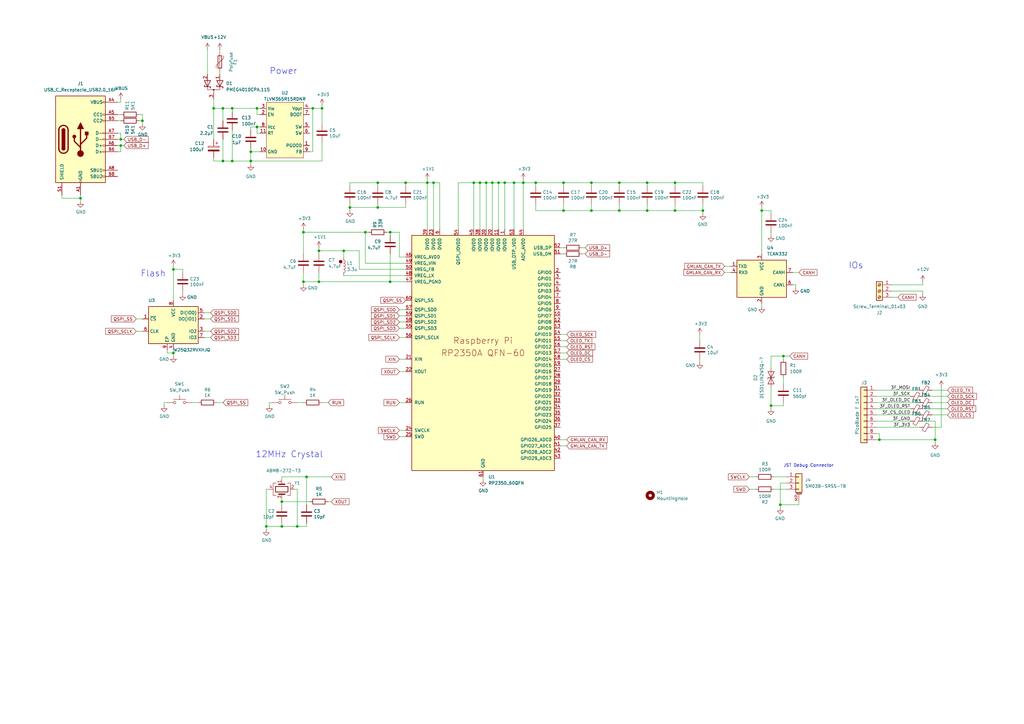
<source format=kicad_sch>
(kicad_sch (version 20250114) (generator "eeschema") (generator_version "9.0")
  (paper "A3")
  (title_block (title "RP2350A QFN-60 Minimal Design Example") (date "2024-07-01") (rev "REV3") (company "Raspberry Pi Ltd"))
  (circle (center 139.7 107.315) (radius 0.635) (stroke (width 0) (color 132 0 0 1)) (fill (type color) (color 132 0 0 1)))
  (text "JST Debug Connector" (at 321.31 191.77 0) (effects (font (size 1.27 1.27)) (justify left bottom)))
  (text "IOs" (at 347.98 110.49 0) (effects (font (size 2.54 2.54)) (justify left bottom)))
  (text "Flash" (at 57.658 113.792 0) (effects (font (size 2.54 2.54)) (justify left bottom)))
  (text "12MHz Crystal" (at 104.775 187.96 0) (effects (font (size 2.54 2.54)) (justify left bottom)))
  (text "Power" (at 110.49 30.734 0) (effects (font (size 2.54 2.54)) (justify left bottom)))
  (junction (at 254 74.93))
  (junction (at 140.97 102.87))
  (junction (at 276.86 86.36))
  (junction (at 71.12 144.78))
  (junction (at 102.87 66.04))
  (junction (at 154.94 85.09))
  (junction (at 160.02 115.57))
  (junction (at 58.42 49.53))
  (junction (at 95.25 44.45))
  (junction (at 196.85 74.93))
  (junction (at 49.53 59.69))
  (junction (at 316.23 166.37))
  (junction (at 219.71 74.93))
  (junction (at 201.93 74.93))
  (junction (at 175.26 74.93))
  (junction (at 91.44 66.04))
  (junction (at 154.94 74.93))
  (junction (at 360.68 180.34))
  (junction (at 194.31 74.93))
  (junction (at 49.53 57.15))
  (junction (at 102.87 62.23))
  (junction (at 265.43 86.36))
  (junction (at 288.29 86.36))
  (junction (at 115.57 215.9))
  (junction (at 312.42 86.36))
  (junction (at 242.57 86.36))
  (junction (at 105.41 52.07))
  (junction (at 33.02 81.28))
  (junction (at 177.8 74.93))
  (junction (at 204.47 74.93))
  (junction (at 71.12 110.49))
  (junction (at 124.46 95.25))
  (junction (at 276.86 74.93))
  (junction (at 254 86.36))
  (junction (at 265.43 74.93))
  (junction (at 166.37 74.93))
  (junction (at 160.02 95.25))
  (junction (at 109.22 215.9))
  (junction (at 95.25 66.04))
  (junction (at 210.82 74.93))
  (junction (at 128.27 44.45))
  (junction (at 149.86 95.25))
  (junction (at 231.14 74.93))
  (junction (at 105.41 44.45))
  (junction (at 207.01 74.93))
  (junction (at 91.44 44.45))
  (junction (at 231.14 86.36))
  (junction (at 125.73 195.58))
  (junction (at 130.81 115.57))
  (junction (at 383.54 180.34))
  (junction (at 132.08 44.45))
  (junction (at 321.31 146.05))
  (junction (at 121.92 215.9))
  (junction (at 214.63 74.93))
  (junction (at 242.57 74.93))
  (junction (at 115.57 205.74))
  (junction (at 87.63 44.45))
  (junction (at 124.46 115.57))
  (junction (at 199.39 74.93))
  (junction (at 130.81 102.87))
  (junction (at 143.51 85.09))
  (junction (at 320.04 207.01))
  (wire (pts (xy 149.86 95.25) (xy 149.86 107.95)))
  (wire (pts (xy 316.23 166.37) (xy 321.31 166.37)))
  (wire (pts (xy 67.31 165.1) (xy 68.58 165.1)))
  (wire (pts (xy 95.25 53.34) (xy 95.25 66.04)))
  (wire (pts (xy 320.04 198.12) (xy 320.04 207.01)))
  (wire (pts (xy 154.94 74.93) (xy 166.37 74.93)))
  (wire (pts (xy 68.58 143.51) (xy 68.58 144.78)))
  (wire (pts (xy 297.18 111.76) (xy 299.72 111.76)))
  (wire (pts (xy 210.82 74.93) (xy 210.82 93.98)))
  (wire (pts (xy 115.57 196.85) (xy 115.57 195.58)))
  (wire (pts (xy 231.14 76.2) (xy 231.14 74.93)))
  (wire (pts (xy 68.58 144.78) (xy 71.12 144.78)))
  (wire (pts (xy 231.14 83.82) (xy 231.14 86.36)))
  (wire (pts (xy 163.83 95.25) (xy 163.83 105.41)))
  (wire (pts (xy 207.01 74.93) (xy 210.82 74.93)))
  (wire (pts (xy 87.63 44.45) (xy 91.44 44.45)))
  (wire (pts (xy 105.41 52.07) (xy 105.41 54.61)))
  (wire (pts (xy 207.01 74.93) (xy 207.01 93.98)))
  (wire (pts (xy 154.94 76.2) (xy 154.94 74.93)))
  (wire (pts (xy 166.37 138.43) (xy 163.83 138.43)))
  (wire (pts (xy 109.22 200.66) (xy 110.49 200.66)))
  (wire (pts (xy 125.73 195.58) (xy 125.73 207.01)))
  (wire (pts (xy 154.94 85.09) (xy 166.37 85.09)))
  (wire (pts (xy 25.4 81.28) (xy 33.02 81.28)))
  (wire (pts (xy 130.81 115.57) (xy 160.02 115.57)))
  (wire (pts (xy 143.51 83.82) (xy 143.51 85.09)))
  (wire (pts (xy 316.23 86.36) (xy 316.23 87.63)))
  (wire (pts (xy 105.41 52.07) (xy 106.68 52.07)))
  (wire (pts (xy 242.57 76.2) (xy 242.57 74.93)))
  (wire (pts (xy 166.37 176.53) (xy 163.83 176.53)))
  (wire (pts (xy 124.46 93.98) (xy 124.46 95.25)))
  (wire (pts (xy 87.63 57.15) (xy 87.63 44.45)))
  (wire (pts (xy 219.71 76.2) (xy 219.71 74.93)))
  (wire (pts (xy 196.85 74.93) (xy 196.85 93.98)))
  (wire (pts (xy 359.41 162.56) (xy 373.38 162.56)))
  (wire (pts (xy 219.71 83.82) (xy 219.71 86.36)))
  (wire (pts (xy 58.42 49.53) (xy 58.42 50.8)))
  (wire (pts (xy 124.46 95.25) (xy 124.46 104.14)))
  (wire (pts (xy 140.97 102.87) (xy 147.32 102.87)))
  (wire (pts (xy 316.23 146.05) (xy 321.31 146.05)))
  (wire (pts (xy 87.63 66.04) (xy 91.44 66.04)))
  (wire (pts (xy 106.68 54.61) (xy 105.41 54.61)))
  (wire (pts (xy 378.46 167.64) (xy 388.62 167.64)))
  (wire (pts (xy 102.87 52.07) (xy 105.41 52.07)))
  (wire (pts (xy 359.41 175.26) (xy 377.19 175.26)))
  (wire (pts (xy 48.26 41.91) (xy 49.53 41.91)))
  (wire (pts (xy 360.68 177.8) (xy 360.68 180.34)))
  (wire (pts (xy 25.4 80.01) (xy 25.4 81.28)))
  (wire (pts (xy 187.96 93.98) (xy 187.96 74.93)))
  (wire (pts (xy 383.54 172.72) (xy 378.46 172.72)))
  (wire (pts (xy 91.44 44.45) (xy 95.25 44.45)))
  (wire (pts (xy 378.46 162.56) (xy 388.62 162.56)))
  (wire (pts (xy 55.88 135.89) (xy 58.42 135.89)))
  (wire (pts (xy 201.93 74.93) (xy 201.93 93.98)))
  (wire (pts (xy 71.12 109.22) (xy 71.12 110.49)))
  (wire (pts (xy 320.04 207.01) (xy 327.66 207.01)))
  (wire (pts (xy 210.82 74.93) (xy 214.63 74.93)))
  (wire (pts (xy 132.08 58.42) (xy 132.08 66.04)))
  (wire (pts (xy 254 74.93) (xy 265.43 74.93)))
  (wire (pts (xy 386.08 158.75) (xy 386.08 175.26)))
  (wire (pts (xy 265.43 86.36) (xy 254 86.36)))
  (wire (pts (xy 325.12 111.76) (xy 327.66 111.76)))
  (wire (pts (xy 102.87 66.04) (xy 102.87 62.23)))
  (wire (pts (xy 201.93 74.93) (xy 204.47 74.93)))
  (wire (pts (xy 58.42 46.99) (xy 58.42 49.53)))
  (wire (pts (xy 231.14 86.36) (xy 219.71 86.36)))
  (wire (pts (xy 265.43 83.82) (xy 265.43 86.36)))
  (wire (pts (xy 132.08 43.18) (xy 132.08 44.45)))
  (wire (pts (xy 196.85 74.93) (xy 199.39 74.93)))
  (wire (pts (xy 229.87 139.7) (xy 232.41 139.7)))
  (wire (pts (xy 360.68 180.34) (xy 383.54 180.34)))
  (wire (pts (xy 149.86 107.95) (xy 166.37 107.95)))
  (wire (pts (xy 199.39 74.93) (xy 201.93 74.93)))
  (wire (pts (xy 111.76 165.1) (xy 110.49 165.1)))
  (wire (pts (xy 365.76 119.38) (xy 378.46 119.38)))
  (wire (pts (xy 231.14 74.93) (xy 242.57 74.93)))
  (wire (pts (xy 130.81 104.14) (xy 130.81 102.87)))
  (wire (pts (xy 48.26 49.53) (xy 49.53 49.53)))
  (wire (pts (xy 83.82 138.43) (xy 86.36 138.43)))
  (wire (pts (xy 143.51 76.2) (xy 143.51 74.93)))
  (wire (pts (xy 307.34 195.58) (xy 309.88 195.58)))
  (wire (pts (xy 124.46 111.76) (xy 124.46 115.57)))
  (wire (pts (xy 91.44 66.04) (xy 91.44 57.15)))
  (wire (pts (xy 321.31 154.94) (xy 321.31 157.48)))
  (wire (pts (xy 378.46 119.38) (xy 378.46 120.65)))
  (wire (pts (xy 91.44 49.53) (xy 91.44 44.45)))
  (wire (pts (xy 327.66 205.74) (xy 327.66 207.01)))
  (wire (pts (xy 382.27 165.1) (xy 388.62 165.1)))
  (wire (pts (xy 49.53 54.61) (xy 49.53 57.15)))
  (wire (pts (xy 166.37 110.49) (xy 147.32 110.49)))
  (wire (pts (xy 382.27 170.18) (xy 388.62 170.18)))
  (wire (pts (xy 71.12 143.51) (xy 71.12 144.78)))
  (wire (pts (xy 359.41 170.18) (xy 377.19 170.18)))
  (wire (pts (xy 316.23 166.37) (xy 316.23 158.75)))
  (wire (pts (xy 317.5 200.66) (xy 322.58 200.66)))
  (wire (pts (xy 194.31 74.93) (xy 194.31 93.98)))
  (wire (pts (xy 312.42 86.36) (xy 312.42 104.14)))
  (wire (pts (xy 368.3 121.92) (xy 365.76 121.92)))
  (wire (pts (xy 238.76 104.14) (xy 240.03 104.14)))
  (wire (pts (xy 378.46 116.84) (xy 378.46 115.57)))
  (wire (pts (xy 55.88 130.81) (xy 58.42 130.81)))
  (wire (pts (xy 85.09 20.32) (xy 85.09 30.48)))
  (wire (pts (xy 125.73 215.9) (xy 125.73 214.63)))
  (wire (pts (xy 130.81 101.6) (xy 130.81 102.87)))
  (wire (pts (xy 134.62 205.74) (xy 135.89 205.74)))
  (wire (pts (xy 105.41 44.45) (xy 95.25 44.45)))
  (wire (pts (xy 124.46 115.57) (xy 124.46 116.84)))
  (wire (pts (xy 57.15 46.99) (xy 58.42 46.99)))
  (wire (pts (xy 49.53 41.91) (xy 49.53 40.64)))
  (wire (pts (xy 143.51 85.09) (xy 143.51 86.36)))
  (wire (pts (xy 204.47 74.93) (xy 207.01 74.93)))
  (wire (pts (xy 154.94 83.82) (xy 154.94 85.09)))
  (wire (pts (xy 265.43 74.93) (xy 276.86 74.93)))
  (wire (pts (xy 71.12 110.49) (xy 71.12 123.19)))
  (wire (pts (xy 288.29 83.82) (xy 288.29 86.36)))
  (wire (pts (xy 57.15 49.53) (xy 58.42 49.53)))
  (wire (pts (xy 316.23 146.05) (xy 316.23 151.13)))
  (wire (pts (xy 83.82 135.89) (xy 86.36 135.89)))
  (wire (pts (xy 163.83 147.32) (xy 166.37 147.32)))
  (wire (pts (xy 49.53 46.99) (xy 48.26 46.99)))
  (wire (pts (xy 198.12 195.58) (xy 198.12 196.85)))
  (wire (pts (xy 214.63 74.93) (xy 214.63 93.98)))
  (wire (pts (xy 49.53 59.69) (xy 49.53 62.23)))
  (wire (pts (xy 163.83 132.08) (xy 166.37 132.08)))
  (wire (pts (xy 121.92 215.9) (xy 125.73 215.9)))
  (wire (pts (xy 359.41 172.72) (xy 373.38 172.72)))
  (wire (pts (xy 359.41 160.02) (xy 377.19 160.02)))
  (wire (pts (xy 359.41 180.34) (xy 360.68 180.34)))
  (wire (pts (xy 180.34 74.93) (xy 180.34 93.98)))
  (wire (pts (xy 102.87 62.23) (xy 106.68 62.23)))
  (wire (pts (xy 102.87 66.04) (xy 95.25 66.04)))
  (wire (pts (xy 87.63 40.64) (xy 87.63 44.45)))
  (wire (pts (xy 229.87 182.88) (xy 232.41 182.88)))
  (wire (pts (xy 88.9 165.1) (xy 91.44 165.1)))
  (wire (pts (xy 143.51 74.93) (xy 154.94 74.93)))
  (wire (pts (xy 147.32 110.49) (xy 147.32 102.87)))
  (wire (pts (xy 74.93 110.49) (xy 71.12 110.49)))
  (wire (pts (xy 214.63 74.93) (xy 219.71 74.93)))
  (wire (pts (xy 229.87 137.16) (xy 232.41 137.16)))
  (wire (pts (xy 276.86 76.2) (xy 276.86 74.93)))
  (wire (pts (xy 163.83 127) (xy 166.37 127)))
  (wire (pts (xy 134.62 165.1) (xy 132.08 165.1)))
  (wire (pts (xy 115.57 215.9) (xy 121.92 215.9)))
  (wire (pts (xy 229.87 144.78) (xy 232.41 144.78)))
  (wire (pts (xy 254 83.82) (xy 254 86.36)))
  (wire (pts (xy 160.02 104.14) (xy 160.02 115.57)))
  (wire (pts (xy 124.46 115.57) (xy 130.81 115.57)))
  (wire (pts (xy 214.63 73.66) (xy 214.63 74.93)))
  (wire (pts (xy 254 76.2) (xy 254 74.93)))
  (wire (pts (xy 323.85 146.05) (xy 321.31 146.05)))
  (wire (pts (xy 160.02 115.57) (xy 166.37 115.57)))
  (wire (pts (xy 382.27 160.02) (xy 388.62 160.02)))
  (wire (pts (xy 158.75 95.25) (xy 160.02 95.25)))
  (wire (pts (xy 163.83 129.54) (xy 166.37 129.54)))
  (wire (pts (xy 163.83 134.62) (xy 166.37 134.62)))
  (wire (pts (xy 265.43 76.2) (xy 265.43 74.93)))
  (wire (pts (xy 95.25 44.45) (xy 95.25 45.72)))
  (wire (pts (xy 316.23 166.37) (xy 316.23 167.64)))
  (wire (pts (xy 276.86 86.36) (xy 265.43 86.36)))
  (wire (pts (xy 74.93 111.76) (xy 74.93 110.49)))
  (wire (pts (xy 48.26 59.69) (xy 49.53 59.69)))
  (wire (pts (xy 287.02 137.16) (xy 287.02 139.7)))
  (wire (pts (xy 312.42 86.36) (xy 316.23 86.36)))
  (wire (pts (xy 166.37 74.93) (xy 175.26 74.93)))
  (wire (pts (xy 49.53 57.15) (xy 50.8 57.15)))
  (wire (pts (xy 242.57 74.93) (xy 254 74.93)))
  (wire (pts (xy 365.76 116.84) (xy 378.46 116.84)))
  (wire (pts (xy 254 86.36) (xy 242.57 86.36)))
  (wire (pts (xy 383.54 181.61) (xy 383.54 180.34)))
  (wire (pts (xy 78.74 165.1) (xy 81.28 165.1)))
  (wire (pts (xy 115.57 215.9) (xy 115.57 214.63)))
  (wire (pts (xy 163.83 165.1) (xy 166.37 165.1)))
  (wire (pts (xy 140.97 113.03) (xy 166.37 113.03)))
  (wire (pts (xy 130.81 111.76) (xy 130.81 115.57)))
  (wire (pts (xy 160.02 95.25) (xy 163.83 95.25)))
  (wire (pts (xy 109.22 215.9) (xy 109.22 200.66)))
  (wire (pts (xy 316.23 96.52) (xy 316.23 95.25)))
  (wire (pts (xy 48.26 57.15) (xy 49.53 57.15)))
  (wire (pts (xy 242.57 83.82) (xy 242.57 86.36)))
  (wire (pts (xy 382.27 175.26) (xy 386.08 175.26)))
  (wire (pts (xy 321.31 166.37) (xy 321.31 165.1)))
  (wire (pts (xy 67.31 165.1) (xy 67.31 166.37)))
  (wire (pts (xy 127 44.45) (xy 128.27 44.45)))
  (wire (pts (xy 177.8 74.93) (xy 180.34 74.93)))
  (wire (pts (xy 33.02 81.28) (xy 33.02 82.55)))
  (wire (pts (xy 177.8 74.93) (xy 177.8 93.98)))
  (wire (pts (xy 128.27 62.23) (xy 128.27 44.45)))
  (wire (pts (xy 359.41 165.1) (xy 377.19 165.1)))
  (wire (pts (xy 109.22 215.9) (xy 109.22 217.17)))
  (wire (pts (xy 102.87 60.96) (xy 102.87 62.23)))
  (wire (pts (xy 238.76 101.6) (xy 240.03 101.6)))
  (wire (pts (xy 128.27 44.45) (xy 132.08 44.45)))
  (wire (pts (xy 175.26 73.66) (xy 175.26 74.93)))
  (wire (pts (xy 383.54 172.72) (xy 383.54 180.34)))
  (wire (pts (xy 163.83 179.07) (xy 166.37 179.07)))
  (wire (pts (xy 49.53 59.69) (xy 50.8 59.69)))
  (wire (pts (xy 317.5 195.58) (xy 322.58 195.58)))
  (wire (pts (xy 106.68 44.45) (xy 105.41 44.45)))
  (wire (pts (xy 297.18 109.22) (xy 299.72 109.22)))
  (wire (pts (xy 276.86 86.36) (xy 288.29 86.36)))
  (wire (pts (xy 288.29 86.36) (xy 288.29 87.63)))
  (wire (pts (xy 102.87 52.07) (xy 102.87 53.34)))
  (wire (pts (xy 160.02 95.25) (xy 160.02 96.52)))
  (wire (pts (xy 115.57 205.74) (xy 127 205.74)))
  (wire (pts (xy 115.57 205.74) (xy 115.57 207.01)))
  (wire (pts (xy 204.47 74.93) (xy 204.47 93.98)))
  (wire (pts (xy 359.41 177.8) (xy 360.68 177.8)))
  (wire (pts (xy 229.87 180.34) (xy 232.41 180.34)))
  (wire (pts (xy 276.86 74.93) (xy 288.29 74.93)))
  (wire (pts (xy 175.26 74.93) (xy 175.26 93.98)))
  (wire (pts (xy 194.31 74.93) (xy 196.85 74.93)))
  (wire (pts (xy 49.53 62.23) (xy 48.26 62.23)))
  (wire (pts (xy 121.92 200.66) (xy 120.65 200.66)))
  (wire (pts (xy 140.97 102.87) (xy 140.97 105.41)))
  (wire (pts (xy 49.53 54.61) (xy 48.26 54.61)))
  (wire (pts (xy 109.22 215.9) (xy 115.57 215.9)))
  (wire (pts (xy 125.73 195.58) (xy 135.89 195.58)))
  (wire (pts (xy 312.42 124.46) (xy 312.42 125.73)))
  (wire (pts (xy 91.44 66.04) (xy 95.25 66.04)))
  (wire (pts (xy 105.41 46.99) (xy 106.68 46.99)))
  (wire (pts (xy 229.87 147.32) (xy 232.41 147.32)))
  (wire (pts (xy 127 62.23) (xy 128.27 62.23)))
  (wire (pts (xy 166.37 76.2) (xy 166.37 74.93)))
  (wire (pts (xy 359.41 167.64) (xy 373.38 167.64)))
  (wire (pts (xy 229.87 101.6) (xy 231.14 101.6)))
  (wire (pts (xy 242.57 86.36) (xy 231.14 86.36)))
  (wire (pts (xy 325.12 116.84) (xy 326.39 116.84)))
  (wire (pts (xy 105.41 44.45) (xy 105.41 46.99)))
  (wire (pts (xy 143.51 85.09) (xy 154.94 85.09)))
  (wire (pts (xy 187.96 74.93) (xy 194.31 74.93)))
  (wire (pts (xy 321.31 146.05) (xy 321.31 147.32)))
  (wire (pts (xy 177.8 74.93) (xy 175.26 74.93)))
  (wire (pts (xy 199.39 74.93) (xy 199.39 93.98)))
  (wire (pts (xy 322.58 198.12) (xy 320.04 198.12)))
  (wire (pts (xy 115.57 195.58) (xy 125.73 195.58)))
  (wire (pts (xy 71.12 146.05) (xy 71.12 144.78)))
  (wire (pts (xy 312.42 85.09) (xy 312.42 86.36)))
  (wire (pts (xy 130.81 102.87) (xy 140.97 102.87)))
  (wire (pts (xy 229.87 104.14) (xy 231.14 104.14)))
  (wire (pts (xy 110.49 165.1) (xy 110.49 166.37)))
  (wire (pts (xy 115.57 204.47) (xy 115.57 205.74)))
  (wire (pts (xy 229.87 142.24) (xy 232.41 142.24)))
  (wire (pts (xy 124.46 95.25) (xy 149.86 95.25)))
  (wire (pts (xy 149.86 95.25) (xy 151.13 95.25)))
  (wire (pts (xy 163.83 105.41) (xy 166.37 105.41)))
  (wire (pts (xy 287.02 147.32) (xy 287.02 148.59)))
  (wire (pts (xy 83.82 128.27) (xy 86.36 128.27)))
  (wire (pts (xy 219.71 74.93) (xy 231.14 74.93)))
  (wire (pts (xy 166.37 152.4) (xy 163.83 152.4)))
  (wire (pts (xy 320.04 207.01) (xy 320.04 208.28)))
  (wire (pts (xy 121.92 165.1) (xy 124.46 165.1)))
  (wire (pts (xy 132.08 44.45) (xy 132.08 50.8)))
  (wire (pts (xy 288.29 76.2) (xy 288.29 74.93)))
  (wire (pts (xy 132.08 66.04) (xy 102.87 66.04)))
  (wire (pts (xy 83.82 130.81) (xy 86.36 130.81)))
  (wire (pts (xy 326.39 116.84) (xy 326.39 118.11)))
  (wire (pts (xy 102.87 66.04) (xy 102.87 67.31)))
  (wire (pts (xy 166.37 85.09) (xy 166.37 83.82)))
  (wire (pts (xy 33.02 80.01) (xy 33.02 81.28)))
  (wire (pts (xy 307.34 200.66) (xy 309.88 200.66)))
  (wire (pts (xy 276.86 83.82) (xy 276.86 86.36)))
  (wire (pts (xy 90.17 29.21) (xy 90.17 30.48)))
  (wire (pts (xy 74.93 119.38) (xy 74.93 120.65)))
  (wire (pts (xy 87.63 64.77) (xy 87.63 66.04)))
  (wire (pts (xy 121.92 200.66) (xy 121.92 215.9)))
  (wire (pts (xy 90.17 20.32) (xy 90.17 21.59)))
  (label "3F_OLED_RST" (at 373.38 167.64 180))
  (label "3F_CS_OLED" (at 373.38 170.18 180))
  (label "3F_MOSI" (at 373.38 160.02 180))
  (label "3F_SCK" (at 373.38 162.56 180))
  (label "3F_OLED_DC" (at 373.38 165.1 180))
  (label "3F_3V3" (at 373.38 175.26 180))
  (label "3F_GND" (at 373.38 172.72 180))
  (global_label "SWCLK" (shape input) (at 163.83 176.53 180) (property "Intersheetrefs" "${INTERSHEET_REFS}" (effects (hide yes))))
  (global_label "CANH" (shape input) (at 368.3 121.92 0) (property "Intersheetrefs" "${INTERSHEET_REFS}" (effects (hide yes))))
  (global_label "SWCLK" (shape input) (at 307.34 195.58 180) (property "Intersheetrefs" "${INTERSHEET_REFS}" (effects (hide yes))))
  (global_label "USB_D+" (shape input) (at 240.03 101.6 0) (property "Intersheetrefs" "${INTERSHEET_REFS}" (effects (hide yes))))
  (global_label "QSPI_SCLK" (shape input) (at 55.88 135.89 180) (property "Intersheetrefs" "${INTERSHEET_REFS}" (effects (hide yes))))
  (global_label "QSPI_SD0" (shape input) (at 86.36 128.27 0) (property "Intersheetrefs" "${INTERSHEET_REFS}" (effects (hide yes))))
  (global_label "USB_D-" (shape input) (at 240.03 104.14 0) (property "Intersheetrefs" "${INTERSHEET_REFS}" (effects (hide yes))))
  (global_label "CANH" (shape input) (at 323.85 146.05 0) (property "Intersheetrefs" "${INTERSHEET_REFS}" (effects (hide yes))))
  (global_label "QSPI_SS" (shape input) (at 55.88 130.81 180) (property "Intersheetrefs" "${INTERSHEET_REFS}" (effects (hide yes))))
  (global_label "OLED_CS" (shape input) (at 232.41 147.32 0) (property "Intersheetrefs" "${INTERSHEET_REFS}" (effects (hide yes))))
  (global_label "RUN" (shape input) (at 134.62 165.1 0) (property "Intersheetrefs" "${INTERSHEET_REFS}" (effects (hide yes))))
  (global_label "QSPI_SD2" (shape input) (at 163.83 132.08 180) (property "Intersheetrefs" "${INTERSHEET_REFS}" (effects (hide yes))))
  (global_label "QSPI_SD1" (shape input) (at 163.83 129.54 180) (property "Intersheetrefs" "${INTERSHEET_REFS}" (effects (hide yes))))
  (global_label "RUN" (shape input) (at 163.83 165.1 180) (property "Intersheetrefs" "${INTERSHEET_REFS}" (effects (hide yes))))
  (global_label "GMLAN_CAN_TX" (shape input) (at 232.41 182.88 0) (property "Intersheetrefs" "${INTERSHEET_REFS}" (effects (hide yes))))
  (global_label "OLED_RST" (shape input) (at 232.41 142.24 0) (property "Intersheetrefs" "${INTERSHEET_REFS}" (effects (hide yes))))
  (global_label "OLED_RST" (shape input) (at 388.62 167.64 0) (property "Intersheetrefs" "${INTERSHEET_REFS}" (effects (hide yes))))
  (global_label "QSPI_SS" (shape input) (at 166.37 123.19 180) (property "Intersheetrefs" "${INTERSHEET_REFS}" (effects (hide yes))))
  (global_label "QSPI_SD3" (shape input) (at 163.83 134.62 180) (property "Intersheetrefs" "${INTERSHEET_REFS}" (effects (hide yes))))
  (global_label "XIN" (shape input) (at 135.89 195.58 0) (property "Intersheetrefs" "${INTERSHEET_REFS}" (effects (hide yes))))
  (global_label "GMLAN_CAN_TX" (shape input) (at 297.18 109.22 180) (property "Intersheetrefs" "${INTERSHEET_REFS}" (effects (hide yes))))
  (global_label "GMLAN_CAN_RX" (shape input) (at 297.18 111.76 180) (property "Intersheetrefs" "${INTERSHEET_REFS}" (effects (hide yes))))
  (global_label "OLED_CS" (shape input) (at 388.62 170.18 0) (property "Intersheetrefs" "${INTERSHEET_REFS}" (effects (hide yes))))
  (global_label "QSPI_SCLK" (shape input) (at 163.83 138.43 180) (property "Intersheetrefs" "${INTERSHEET_REFS}" (effects (hide yes))))
  (global_label "USB_D+" (shape input) (at 50.8 59.69 0) (property "Intersheetrefs" "${INTERSHEET_REFS}" (effects (hide yes))))
  (global_label "SWD" (shape input) (at 163.83 179.07 180) (property "Intersheetrefs" "${INTERSHEET_REFS}" (effects (hide yes))))
  (global_label "GMLAN_CAN_RX" (shape input) (at 232.41 180.34 0) (property "Intersheetrefs" "${INTERSHEET_REFS}" (effects (hide yes))))
  (global_label "QSPI_SD2" (shape input) (at 86.36 135.89 0) (property "Intersheetrefs" "${INTERSHEET_REFS}" (effects (hide yes))))
  (global_label "OLED_SCK" (shape input) (at 232.41 137.16 0) (property "Intersheetrefs" "${INTERSHEET_REFS}" (effects (hide yes))))
  (global_label "QSPI_SD0" (shape input) (at 163.83 127 180) (property "Intersheetrefs" "${INTERSHEET_REFS}" (effects (hide yes))))
  (global_label "OLED_TX" (shape input) (at 388.62 160.02 0) (property "Intersheetrefs" "${INTERSHEET_REFS}" (effects (hide yes))))
  (global_label "XOUT" (shape input) (at 135.89 205.74 0) (property "Intersheetrefs" "${INTERSHEET_REFS}" (effects (hide yes))))
  (global_label "OLED_TX" (shape input) (at 232.41 139.7 0) (property "Intersheetrefs" "${INTERSHEET_REFS}" (effects (hide yes))))
  (global_label "OLED_DC" (shape input) (at 232.41 144.78 0) (property "Intersheetrefs" "${INTERSHEET_REFS}" (effects (hide yes))))
  (global_label "QSPI_SD1" (shape input) (at 86.36 130.81 0) (property "Intersheetrefs" "${INTERSHEET_REFS}" (effects (hide yes))))
  (global_label "SWD" (shape input) (at 307.34 200.66 180) (property "Intersheetrefs" "${INTERSHEET_REFS}" (effects (hide yes))))
  (global_label "QSPI_SS" (shape input) (at 91.44 165.1 0) (property "Intersheetrefs" "${INTERSHEET_REFS}" (effects (hide yes))))
  (global_label "OLED_SCK" (shape input) (at 388.62 162.56 0) (property "Intersheetrefs" "${INTERSHEET_REFS}" (effects (hide yes))))
  (global_label "XIN" (shape input) (at 163.83 147.32 180) (property "Intersheetrefs" "${INTERSHEET_REFS}" (effects (hide yes))))
  (global_label "USB_D-" (shape input) (at 50.8 57.15 0) (property "Intersheetrefs" "${INTERSHEET_REFS}" (effects (hide yes))))
  (global_label "QSPI_SD3" (shape input) (at 86.36 138.43 0) (property "Intersheetrefs" "${INTERSHEET_REFS}" (effects (hide yes))))
  (global_label "CANH" (shape input) (at 327.66 111.76 0) (property "Intersheetrefs" "${INTERSHEET_REFS}" (effects (hide yes))))
  (global_label "OLED_DC" (shape input) (at 388.62 165.1 0) (property "Intersheetrefs" "${INTERSHEET_REFS}" (effects (hide yes))))
  (global_label "XOUT" (shape input) (at 163.83 152.4 180) (property "Intersheetrefs" "${INTERSHEET_REFS}" (effects (hide yes))))
  (symbol (lib_id "Memory_Flash:W25Q128JVS") (at 71.12 133.35 0) (unit 1)
    (property "Reference" "U3" (at 62.23 123.19 0))
    (property "Value" "W25Q32RVXHJQ" (at 78.74 143.51 0))
    (property "Footprint" "Package_SON:Winbond_USON-8-1EP_3x2mm_P0.5mm_EP0.2x1.6mm" (effects (hide yes)))
    (property "Datasheet" "http://www.winbond.com/resource-files/w25q128jv_dtr%20revc%2003272018%20plus.pdf" (effects (hide yes)))
  )
  (symbol (lib_id "power:+3V3") (at 71.12 109.22 0) (unit 1)
    (property "Reference" "#PWR04" (effects (hide yes)))
    (property "Value" "+3V3" (at 71.501 104.8258 0))
  )
  (symbol (lib_id "power:GND") (at 71.12 146.05 0) (unit 1)
    (property "Reference" "#PWR05" (effects (hide yes)))
    (property "Value" "GND" (at 67.31 147.32 0))
  )
  (symbol (lib_id "Device:C") (at 74.93 115.57 0) (unit 1)
    (property "Reference" "C23" (at 77.851 114.4016 0) (effects (justify left)))
    (property "Value" "100nF" (at 77.851 116.713 0) (effects (justify left)))
    (property "Footprint" "Capacitor_SMD:C_0402_1005Metric" (effects (hide yes)))
    (property "Description" "GCM155R71H104KE02D" (effects (hide yes)))
  )
  (symbol (lib_id "power:GND") (at 74.93 120.65 0) (unit 1)
    (property "Reference" "#PWR06" (effects (hide yes)))
    (property "Value" "GND" (at 78.74 121.92 0))
  )
  (symbol (lib_id "power:GND") (at 198.12 196.85 0) (unit 1)
    (property "Reference" "#PWR021" (effects (hide yes)))
    (property "Value" "GND" (at 198.247 201.2442 0))
  )
  (symbol (lib_id "Device:R") (at 234.95 101.6 270) (unit 1)
    (property "Reference" "R7" (at 234.95 96.3422 90))
    (property "Value" "27R" (at 234.95 98.6536 90))
    (property "Footprint" "Resistor_SMD:R_0402_1005Metric" (effects (hide yes)))
  )
  (symbol (lib_id "Device:R") (at 234.95 104.14 270) (mirror x) (unit 1)
    (property "Reference" "R8" (at 234.95 109.3978 90))
    (property "Value" "27R" (at 234.95 107.0864 90))
    (property "Footprint" "Resistor_SMD:R_0402_1005Metric" (effects (hide yes)))
  )
  (symbol (lib_id "power:+3V3") (at 214.63 73.66 0) (unit 1)
    (property "Reference" "#PWR022" (effects (hide yes)))
    (property "Value" "+3V3" (at 215.011 69.2658 0))
  )
  (symbol (lib_id "Device:C") (at 219.71 80.01 0) (unit 1)
    (property "Reference" "C14" (at 222.631 78.8416 0) (effects (justify left)))
    (property "Value" "100nF" (at 222.631 81.153 0) (effects (justify left)))
    (property "Footprint" "Capacitor_SMD:C_0402_1005Metric" (effects (hide yes)))
    (property "Description" "GCM155R71H104KE02D" (effects (hide yes)))
  )
  (symbol (lib_id "Device:C") (at 231.14 80.01 0) (unit 1)
    (property "Reference" "C17" (at 234.061 78.8416 0) (effects (justify left)))
    (property "Value" "100nF" (at 234.061 81.153 0) (effects (justify left)))
    (property "Footprint" "Capacitor_SMD:C_0402_1005Metric" (effects (hide yes)))
    (property "Description" "GCM155R71H104KE02D" (effects (hide yes)))
  )
  (symbol (lib_id "Device:C") (at 242.57 80.01 0) (unit 1)
    (property "Reference" "C20" (at 245.491 78.8416 0) (effects (justify left)))
    (property "Value" "100nF" (at 245.491 81.153 0) (effects (justify left)))
    (property "Footprint" "Capacitor_SMD:C_0402_1005Metric" (effects (hide yes)))
    (property "Description" "GCM155R71H104KE02D" (effects (hide yes)))
  )
  (symbol (lib_id "Device:C") (at 254 80.01 0) (unit 1)
    (property "Reference" "C15" (at 256.921 78.8416 0) (effects (justify left)))
    (property "Value" "100nF" (at 256.921 81.153 0) (effects (justify left)))
    (property "Footprint" "Capacitor_SMD:C_0402_1005Metric" (effects (hide yes)))
    (property "Description" "GCM155R71H104KE02D" (effects (hide yes)))
  )
  (symbol (lib_id "Device:C") (at 265.43 80.01 0) (unit 1)
    (property "Reference" "C19" (at 268.351 78.8416 0) (effects (justify left)))
    (property "Value" "100nF" (at 268.351 81.153 0) (effects (justify left)))
    (property "Footprint" "Capacitor_SMD:C_0402_1005Metric" (effects (hide yes)))
    (property "Description" "GCM155R71H104KE02D" (effects (hide yes)))
  )
  (symbol (lib_id "Device:C") (at 276.86 80.01 0) (unit 1)
    (property "Reference" "C22" (at 279.781 78.8416 0) (effects (justify left)))
    (property "Value" "100nF" (at 279.781 81.153 0) (effects (justify left)))
    (property "Footprint" "Capacitor_SMD:C_0402_1005Metric" (effects (hide yes)))
    (property "Description" "GCM155R71H104KE02D" (effects (hide yes)))
  )
  (symbol (lib_id "Device:C") (at 132.08 54.61 0) (unit 1)
    (property "Reference" "C5" (at 135.001 53.4416 0) (effects (justify left)))
    (property "Value" "10uF" (at 135.001 55.753 0) (effects (justify left)))
    (property "Footprint" "Capacitor_SMD:C_0805_2012Metric" (effects (hide yes)))
    (property "Description" "GRM21BR61E106MA73L" (effects (hide yes)))
  )
  (symbol (lib_id "power:+3V3") (at 287.02 137.16 0) (unit 1)
    (property "Reference" "#PWR027" (effects (hide yes)))
    (property "Value" "+3V3" (at 287.401 132.7658 0))
  )
  (symbol (lib_id "Device:C") (at 287.02 143.51 0) (unit 1)
    (property "Reference" "C4" (at 289.941 142.3416 0) (effects (justify left)))
    (property "Value" "10uF" (at 289.941 144.653 0) (effects (justify left)))
    (property "Footprint" "Capacitor_SMD:C_0805_2012Metric" (effects (hide yes)))
    (property "Description" "GRM21BR61E106MA73L" (effects (hide yes)))
  )
  (symbol (lib_id "power:GND") (at 287.02 148.59 0) (unit 1)
    (property "Reference" "#PWR028" (effects (hide yes)))
    (property "Value" "GND" (at 283.21 149.86 0))
  )
  (symbol (lib_id "Device:C") (at 95.25 49.53 0) (unit 1)
    (property "Reference" "C13" (at 99.06 48.2599 0) (effects (justify left)))
    (property "Value" "100nF" (at 99.06 50.7999 0) (effects (justify left)))
    (property "Footprint" "Capacitor_SMD:C_0402_1005Metric" (effects (hide yes)))
    (property "Description" "GCM155R71H104KE02D" (effects (hide yes)))
  )
  (symbol (lib_id "power:GND") (at 33.02 82.55 0) (unit 1)
    (property "Reference" "#PWR026" (effects (hide yes)))
    (property "Value" "GND" (at 33.147 86.9442 0))
  )
  (symbol (lib_id "power:+3V3") (at 124.46 93.98 0) (unit 1)
    (property "Reference" "#PWR013" (effects (hide yes)))
    (property "Value" "+3V3" (at 124.841 89.5858 0))
  )
  (symbol (lib_id "Device:Polyfuse") (at 90.17 25.4 0) (mirror x) (unit 1)
    (property "Reference" "F1" (at 96.52 25.4 90))
    (property "Value" "Polyfuse" (at 94.742 25.4 90))
    (property "Footprint" "Fuse:Fuse_1206_3216Metric" (effects (hide yes)))
  )
  (symbol (lib_id "Device:C") (at 166.37 80.01 0) (unit 1)
    (property "Reference" "C21" (at 169.291 78.8416 0) (effects (justify left)))
    (property "Value" "100nF" (at 169.291 81.153 0) (effects (justify left)))
    (property "Footprint" "Capacitor_SMD:C_0402_1005Metric" (effects (hide yes)))
    (property "Description" "GCM155R71H104KE02D" (effects (hide yes)))
  )
  (symbol (lib_id "power:GND") (at 58.42 50.8 0) (unit 1)
    (property "Reference" "#PWR039" (effects (hide yes)))
    (property "Value" "GND" (at 58.547 55.1942 0))
  )
  (symbol (lib_id "power:GND") (at 316.23 167.64 0) (unit 1)
    (property "Reference" "#PWR08" (effects (hide yes)))
    (property "Value" "GND" (at 316.23 172.72 0))
  )
  (symbol (lib_id "power:VBUS") (at 49.53 40.64 0) (unit 1)
    (property "Reference" "#PWR025" (effects (hide yes)))
    (property "Value" "VBUS" (at 49.911 36.2458 0))
  )
  (symbol (lib_id "Device:R") (at 53.34 46.99 90) (unit 1)
    (property "Reference" "R11" (at 52.1716 45.212 0) (effects (justify left)))
    (property "Value" "5K1" (at 54.483 45.212 0) (effects (justify left)))
    (property "Footprint" "Resistor_SMD:R_0402_1005Metric" (effects (hide yes)))
  )
  (symbol (lib_id "Device:R") (at 128.27 165.1 270) (unit 1)
    (property "Reference" "R4" (at 128.27 159.8422 90))
    (property "Value" "1K" (at 128.27 162.1536 90))
    (property "Footprint" "Resistor_SMD:R_0402_1005Metric" (effects (hide yes)))
  )
  (symbol (lib_id "Device:FerriteBead_Small") (at 379.73 165.1 90) (unit 1)
    (property "Reference" "FB4" (at 379.73 162.052 90))
    (property "Value" "120X" (effects (hide yes)))
    (property "Footprint" "Inductor_SMD:L_0402_1005Metric" (effects (hide yes)))
    (property "Datasheet" "https://www.murata.com/en-us/products/productdata/8796748677150/QNFA9118.pdf" (effects (hide yes)))
    (property "Description" "BLM15AG121SZ1D" (effects (hide yes)))
  )
  (symbol (lib_id "power:GND") (at 67.31 166.37 0) (unit 1)
    (property "Reference" "#PWR017" (effects (hide yes)))
    (property "Value" "GND" (at 67.437 170.7642 0))
  )
  (symbol (lib_id "MCU_RaspberryPi_RP2350:RP2350_60QFN") (at 198.12 144.78 0) (unit 1)
    (property "Reference" "U1" (at 200.3141 195.58 0) (effects (justify left)))
    (property "Value" "RP2350_60QFN" (at 200.3141 198.12 0) (effects (justify left)))
    (property "Footprint" "Package_DFN_QFN:QFN-60-1EP_7x7mm_P0.4mm_EP3.4x3.4mm" (effects (hide yes)))
  )
  (symbol (lib_id "Device:C") (at 288.29 80.01 0) (unit 1)
    (property "Reference" "C18" (at 291.211 78.8416 0) (effects (justify left)))
    (property "Value" "100nF" (at 291.211 81.153 0) (effects (justify left)))
    (property "Footprint" "Capacitor_SMD:C_0402_1005Metric" (effects (hide yes)))
    (property "Description" "GCM155R71H104KE02D" (effects (hide yes)))
  )
  (symbol (lib_id "Device:FerriteBead_Small") (at 379.73 160.02 90) (unit 1)
    (property "Reference" "FB2" (at 379.73 156.972 90))
    (property "Value" "120X" (effects (hide yes)))
    (property "Footprint" "Inductor_SMD:L_0402_1005Metric" (effects (hide yes)))
    (property "Datasheet" "https://www.murata.com/en-us/products/productdata/8796748677150/QNFA9118.pdf" (effects (hide yes)))
    (property "Description" "BLM15AG121SZ1D" (effects (hide yes)))
  )
  (symbol (lib_id "Switch:SW_Push") (at 116.84 165.1 0) (mirror y) (unit 1)
    (property "Reference" "SW2" (at 116.84 158.4792 0))
    (property "Value" "SW_Push" (at 116.84 161.0161 0))
    (property "Footprint" "Button_Switch_SMD:SW_Push_1P1T_NO_Vertical_Wuerth_434133025816" (effects (hide yes)))
  )
  (symbol (lib_id "Mechanical:MountingHole") (at 266.7 203.2 0) (unit 1) (exclude_from_sim yes) (in_bom no)
    (property "Reference" "H1" (at 269.24 201.9299 0) (effects (justify left)))
    (property "Value" "MountingHole" (at 269.24 204.4699 0) (effects (justify left)))
    (property "Footprint" "MountingHole:MountingHole_2.2mm_M2_ISO14580" (effects (hide yes)))
    (property "Description" "Mounting Hole without connection" (effects (hide yes)))
  )
  (symbol (lib_id "Device:R") (at 85.09 165.1 270) (unit 1)
    (property "Reference" "R6" (at 85.09 159.8422 90))
    (property "Value" "1K" (at 85.09 162.1536 90))
    (property "Footprint" "Resistor_SMD:R_0402_1005Metric" (effects (hide yes)))
  )
  (symbol (lib_id "power:GND") (at 109.22 217.17 0) (unit 1)
    (property "Reference" "#PWR041" (effects (hide yes)))
    (property "Value" "GND" (at 109.347 221.5642 0))
  )
  (symbol (lib_id "Device:R") (at 154.94 95.25 90) (unit 1)
    (property "Reference" "R9" (at 153.7716 93.472 0) (effects (justify left)))
    (property "Value" "33R" (at 156.083 93.472 0) (effects (justify left)))
    (property "Footprint" "Resistor_SMD:R_0402_1005Metric" (effects (hide yes)))
  )
  (symbol (lib_id "Device:R") (at 313.69 195.58 90) (mirror x) (unit 1)
    (property "Reference" "R3" (at 313.69 190.3222 90))
    (property "Value" "100R" (at 313.69 192.6336 90))
    (property "Footprint" "Resistor_SMD:R_0402_1005Metric" (effects (hide yes)))
  )
  (symbol (lib_id "Interface_CAN_LIN:TCAN332") (at 312.42 114.3 0) (unit 1)
    (property "Reference" "U4" (at 314.5633 101.6 0) (effects (justify left)))
    (property "Value" "TCAN332" (at 314.5633 104.14 0) (effects (justify left)))
    (property "Footprint" "Package_TO_SOT_SMD:TSOT-23-8" (effects (hide yes)))
    (property "Datasheet" "http://www.ti.com/lit/ds/symlink/tcan337.pdf" (effects (hide yes)))
    (property "Description" "High-Speed CAN Transceiver, 1Mbps, 3.3V supply, SOT-23-8/SOIC-8" (effects (hide yes)))
  )
  (symbol (lib_id "Device:C") (at 124.46 107.95 0) (mirror y) (unit 1)
    (property "Reference" "C6" (at 121.539 107.1153 0) (effects (justify left)))
    (property "Value" "4.7uF" (at 121.539 109.6522 0) (effects (justify left)))
    (property "Footprint" "RP2350_60QFN_minimal:C_0402_1005Metric_small_pads" (effects (hide yes)))
    (property "Description" "KGM05CR51E475MH" (effects (hide yes)))
  )
  (symbol (lib_id "Device:C") (at 321.31 161.29 0) (mirror y) (unit 1)
    (property "Reference" "C11" (at 325.12 160.0199 0) (effects (justify right)))
    (property "Value" "560pf" (at 325.12 162.5599 0) (effects (justify right)))
    (property "Footprint" "Capacitor_SMD:C_0402_1005Metric" (effects (hide yes)))
    (property "Description" "GRT1555C1H561FA02D" (effects (hide yes)))
  )
  (symbol (lib_id "power:GND") (at 320.04 208.28 0) (mirror y) (unit 1)
    (property "Reference" "#PWR031" (effects (hide yes)))
    (property "Value" "GND" (at 319.913 212.6742 0))
  )
  (symbol (lib_id "Connector:USB_C_Receptacle_USB2.0_16P") (at 33.02 57.15 0) (unit 1)
    (property "Reference" "J1" (at 33.02 34.29 0))
    (property "Value" "USB_C_Receptacle_USB2.0_16P" (at 33.02 36.83 0))
    (property "Footprint" "Connector_USB:USB_C_Receptacle_GCT_USB4105-xx-A_16P_TopMnt_Horizontal" (effects (hide yes)))
    (property "Datasheet" "https://www.usb.org/sites/default/files/documents/usb_type-c.zip" (effects (hide yes)))
    (property "Description" "USB 2.0-only 16P Type-C Receptacle connector" (effects (hide yes)))
  )
  (symbol (lib_id "power:GND") (at 326.39 118.11 0) (mirror y) (unit 1)
    (property "Reference" "#PWR037" (effects (hide yes)))
    (property "Value" "GND" (at 330.2 119.38 0))
  )
  (symbol (lib_id "power:GND") (at 143.51 86.36 0) (unit 1)
    (property "Reference" "#PWR018" (effects (hide yes)))
    (property "Value" "GND" (at 143.637 90.7542 0))
  )
  (symbol (lib_id "Device:C") (at 115.57 210.82 0) (mirror y) (unit 1)
    (property "Reference" "C2" (at 112.649 209.6516 0) (effects (justify left)))
    (property "Value" "10pF" (at 112.649 211.963 0) (effects (justify left)))
    (property "Footprint" "Capacitor_SMD:C_0402_1005Metric" (effects (hide yes)))
    (property "Description" "QSCF500Q100J1GV001T" (effects (hide yes)))
  )
  (symbol (lib_id "Device:C") (at 130.81 107.95 0) (unit 1)
    (property "Reference" "C7" (at 134.62 106.68 0) (effects (justify left)))
    (property "Value" "4.7uF" (at 134.62 109.22 0) (effects (justify left)))
    (property "Footprint" "RP2350_60QFN_minimal:C_0402_1005Metric_small_pads" (effects (hide yes)))
    (property "Description" "KGM05CR51E475MH" (effects (hide yes)))
  )
  (symbol (lib_id "Connector:Screw_Terminal_01x03") (at 360.68 119.38 0) (mirror y) (unit 1)
    (property "Reference" "J2" (at 360.68 128.27 0))
    (property "Value" "Screw_Terminal_01x03" (at 360.68 125.73 0))
    (property "Footprint" "RP2350_60QFN_minimal:TerminalBlock_3P" (effects (hide yes)))
    (property "Description" "Generic screw terminal, single row, 01x03, script generated (kicad-library-utils/schlib/autogen/connector/)" (effects (hide yes)))
  )
  (symbol (lib_id "Device:C") (at 160.02 100.33 0) (mirror y) (unit 1)
    (property "Reference" "C9" (at 156.21 99.06 0) (effects (justify left)))
    (property "Value" "4.7uF" (at 156.21 101.6 0) (effects (justify left)))
    (property "Footprint" "Capacitor_SMD:C_0402_1005Metric" (effects (hide yes)))
    (property "Description" "KGM05CR51E475MH" (effects (hide yes)))
  )
  (symbol (lib_id "Device:FerriteBead_Small") (at 375.92 172.72 90) (unit 1)
    (property "Reference" "FB6" (at 375.92 169.672 90))
    (property "Value" "120X" (effects (hide yes)))
    (property "Footprint" "Inductor_SMD:L_0402_1005Metric" (effects (hide yes)))
    (property "Datasheet" "https://www.murata.com/en-us/products/productdata/8796748677150/QNFA9118.pdf" (effects (hide yes)))
    (property "Description" "BLM15AG121SZ1D" (effects (hide yes)))
  )
  (symbol (lib_id "Device:FerriteBead_Small") (at 375.92 167.64 90) (unit 1)
    (property "Reference" "FB3" (at 375.92 164.592 90))
    (property "Value" "120X" (effects (hide yes)))
    (property "Footprint" "Inductor_SMD:L_0402_1005Metric" (effects (hide yes)))
    (property "Datasheet" "https://www.murata.com/en-us/products/productdata/8796748677150/QNFA9118.pdf" (effects (hide yes)))
    (property "Description" "BLM15AG121SZ1D" (effects (hide yes)))
  )
  (symbol (lib_id "power:VBUS") (at 85.09 20.32 0) (unit 1)
    (property "Reference" "#PWR03" (effects (hide yes)))
    (property "Value" "VBUS" (at 85.09 15.24 0))
  )
  (symbol (lib_id "Diode:SD24_SOD323") (at 316.23 154.94 270) (mirror x) (unit 1)
    (property "Reference" "D2" (at 309.88 154.94 0))
    (property "Value" "DESD1LIN2WSQ-7" (at 312.42 154.94 0))
    (property "Footprint" "Diode_SMD:D_SOD-323" (effects (hide yes)))
    (property "Datasheet" "https://www.littelfuse.com/~/media/electronics/datasheets/tvs_diode_arrays/littelfuse_tvs_diode_array_sd_c_datasheet.pdf.pdf" (effects (hide yes)))
  )
  (symbol (lib_id "Device:R") (at 313.69 200.66 270) (mirror x) (unit 1)
    (property "Reference" "R2" (at 313.69 205.9178 90))
    (property "Value" "100R" (at 313.69 203.6064 90))
    (property "Footprint" "Resistor_SMD:R_0402_1005Metric" (effects (hide yes)))
  )
  (symbol (lib_id "power:+1V1") (at 175.26 73.66 0) (unit 1)
    (property "Reference" "#PWR020" (effects (hide yes)))
    (property "Value" "+1V1" (at 175.641 69.2658 0))
  )
  (symbol (lib_id "Device:C") (at 91.44 53.34 0) (mirror y) (unit 1)
    (property "Reference" "C1" (at 87.63 52.0699 0) (effects (justify left)))
    (property "Value" "2.2µF" (at 87.63 54.6099 0) (effects (justify left)))
    (property "Footprint" "Capacitor_SMD:C_1206_3216Metric" (effects (hide yes)))
    (property "Description" "GCM31CR71H225KA55L" (effects (hide yes)))
  )
  (symbol (lib_id "Device:C") (at 102.87 57.15 0) (mirror y) (unit 1)
    (property "Reference" "C10" (at 99.06 55.8799 0) (effects (justify left)))
    (property "Value" "1µF" (at 99.06 58.4199 0) (effects (justify left)))
    (property "Footprint" "Capacitor_SMD:C_0603_1608Metric" (effects (hide yes)))
    (property "Description" "CGA3E1X7R1V105K080AC" (effects (hide yes)))
  )
  (symbol (lib_id "Connector_Generic_MountingPin:Conn_01x03_MountingPin") (at 327.66 198.12 0) (unit 1)
    (property "Reference" "J4" (at 330.2 196.85 0) (effects (justify left)))
    (property "Value" "SM03B-SRSS-TB" (at 330.2 199.39 0) (effects (justify left)))
    (property "Footprint" "Connector_JST:JST_SH_SM03B-SRSS-TB_1x03-1MP_P1.00mm_Horizontal" (effects (hide yes)))
  )
  (symbol (lib_id "Device:R") (at 130.81 205.74 270) (unit 1)
    (property "Reference" "R5" (at 130.81 200.4822 90))
    (property "Value" "1K" (at 130.81 202.7936 90))
    (property "Footprint" "Resistor_SMD:R_0402_1005Metric" (effects (hide yes)))
  )
  (symbol (lib_id "power:GND") (at 312.42 125.73 0) (unit 1)
    (property "Reference" "#PWR035" (effects (hide yes)))
    (property "Value" "GND" (at 308.61 127 0))
  )
  (symbol (lib_id "Device:R") (at 53.34 49.53 90) (mirror x) (unit 1)
    (property "Reference" "R10" (at 52.1716 51.308 0) (effects (justify left)))
    (property "Value" "5K1" (at 54.483 51.308 0) (effects (justify left)))
    (property "Footprint" "Resistor_SMD:R_0402_1005Metric" (effects (hide yes)))
  )
  (symbol (lib_id "Device:C") (at 143.51 80.01 0) (unit 1)
    (property "Reference" "C16" (at 146.431 78.8416 0) (effects (justify left)))
    (property "Value" "100nF" (at 146.431 81.153 0) (effects (justify left)))
    (property "Footprint" "Capacitor_SMD:C_0402_1005Metric" (effects (hide yes)))
    (property "Description" "GCM155R71H104KE02D" (effects (hide yes)))
  )
  (symbol (lib_id "Device:FerriteBead_Small") (at 379.73 170.18 90) (unit 1)
    (property "Reference" "FB5" (at 379.73 167.132 90))
    (property "Value" "120X" (effects (hide yes)))
    (property "Footprint" "Inductor_SMD:L_0402_1005Metric" (effects (hide yes)))
    (property "Datasheet" "https://www.murata.com/en-us/products/productdata/8796748677150/QNFA9118.pdf" (effects (hide yes)))
    (property "Description" "BLM15AG121SZ1D" (effects (hide yes)))
  )
  (symbol (lib_id "power:+3V3") (at 132.08 43.18 0) (unit 1)
    (property "Reference" "#PWR034" (effects (hide yes)))
    (property "Value" "+3V3" (at 132.461 38.7858 0))
  )
  (symbol (lib_id "power:GND") (at 378.46 120.65 0) (mirror y) (unit 1)
    (property "Reference" "#PWR024" (effects (hide yes)))
    (property "Value" "GND" (at 378.46 125.73 0))
  )
  (symbol (lib_id "Device:D_Schottky_Dual_CommonCathode_AAK_Parallel") (at 87.63 35.56 270) (unit 1)
    (property "Reference" "D1" (at 92.71 34.2264 90) (effects (justify left)))
    (property "Value" "PMEG4010CPA,115" (at 92.71 36.7664 90) (effects (justify left)))
    (property "Footprint" "Package_SON:HUSON-3-1EP_2x2mm_P1.3mm_EP1.1x1.6mm" (effects (hide yes)))
    (property "Datasheet" "https://assets.nexperia.com/documents/data-sheet/PMEG4010CPA.pdf" (effects (hide yes)))
    (property "Description" "Dual Schottky diode, common cathode on pin 3" (effects (hide yes)))
  )
  (symbol (lib_id "Switch:SW_Push") (at 73.66 165.1 0) (unit 1)
    (property "Reference" "SW1" (at 73.66 157.48 0))
    (property "Value" "SW_Push" (at 73.66 160.02 0))
    (property "Footprint" "Button_Switch_SMD:SW_Push_1P1T_NO_Vertical_Wuerth_434133025816" (effects (hide yes)))
  )
  (symbol (lib_id "Device:C") (at 154.94 80.01 0) (unit 1)
    (property "Reference" "C8" (at 157.861 78.8416 0) (effects (justify left)))
    (property "Value" "4.7uF" (at 157.861 81.153 0) (effects (justify left)))
    (property "Footprint" "Capacitor_SMD:C_0402_1005Metric" (effects (hide yes)))
    (property "Description" "KGM05CR51E475MH" (effects (hide yes)))
  )
  (symbol (lib_id "power:GND") (at 316.23 96.52 0) (mirror y) (unit 1)
    (property "Reference" "#PWR036" (effects (hide yes)))
    (property "Value" "GND" (at 320.04 97.79 0))
  )
  (symbol (lib_id "Device:FerriteBead_Small") (at 375.92 162.56 90) (unit 1)
    (property "Reference" "FB1" (at 375.92 159.512 90))
    (property "Value" "120X" (effects (hide yes)))
    (property "Footprint" "Inductor_SMD:L_0402_1005Metric" (effects (hide yes)))
    (property "Datasheet" "https://www.murata.com/en-us/products/productdata/8796748677150/QNFA9118.pdf" (effects (hide yes)))
    (property "Description" "BLM15AG121SZ1D" (effects (hide yes)))
  )
  (symbol (lib_id "power:+12V") (at 378.46 115.57 0) (unit 1)
    (property "Reference" "#PWR010" (effects (hide yes)))
    (property "Value" "+12V" (at 378.46 110.49 0))
    (property "Description" "Power symbol creates a global label with name \"+12V\"" (effects (hide yes)))
  )
  (symbol (lib_id "power:GND") (at 288.29 87.63 0) (mirror y) (unit 1)
    (property "Reference" "#PWR023" (effects (hide yes)))
    (property "Value" "GND" (at 288.163 92.0242 0))
  )
  (symbol (lib_id "power:GND") (at 102.87 67.31 0) (unit 1)
    (property "Reference" "#PWR033" (effects (hide yes)))
    (property "Value" "GND" (at 102.87 72.39 0))
  )
  (symbol (lib_name "+3V3_1") (lib_id "power:+3V3") (at 386.08 158.75 0) (unit 1)
    (property "Reference" "#PWR011" (effects (hide yes)))
    (property "Value" "+3V3" (at 386.08 153.67 0))
    (property "Description" "Power symbol creates a global label with name \"+3V3\"" (effects (hide yes)))
  )
  (symbol (lib_id "power:+3V3") (at 312.42 85.09 0) (unit 1)
    (property "Reference" "#PWR029" (effects (hide yes)))
    (property "Value" "+3V3" (at 312.801 80.6958 0))
  )
  (symbol (lib_id "Device:L") (at 140.97 109.22 0) (unit 1)
    (property "Reference" "L1" (at 142.24 107.95 0) (effects (justify left)))
    (property "Value" "3.3u" (at 142.24 110.49 0) (effects (justify left)))
    (property "Footprint" "RP2350_60QFN_minimal:L_pol_2016" (effects (hide yes)))
  )
  (symbol (lib_id "Device:C") (at 316.23 91.44 0) (unit 1)
    (property "Reference" "C24" (at 319.151 90.2716 0) (effects (justify left)))
    (property "Value" "100nF" (at 319.151 92.583 0) (effects (justify left)))
    (property "Footprint" "Capacitor_SMD:C_0402_1005Metric" (effects (hide yes)))
    (property "Description" "GCM155R71H104KE02D" (effects (hide yes)))
  )
  (symbol (lib_id "Device:Crystal_GND24") (at 115.57 200.66 270) (unit 1)
    (property "Reference" "Y1" (at 120.65 198.12 90) (effects (justify left)))
    (property "Value" "ABM8-272-T3" (at 109.22 193.04 90) (effects (justify left)))
    (property "Footprint" "Crystal:Crystal_SMD_3225-4Pin_3.2x2.5mm" (effects (hide yes)))
  )
  (symbol (lib_id "Device:C_Polarized") (at 87.63 60.96 0) (mirror y) (unit 1)
    (property "Reference" "C12" (at 83.82 58.8009 0) (effects (justify left)))
    (property "Value" "100uF" (at 83.82 61.3409 0) (effects (justify left)))
    (property "Footprint" "Capacitor_SMD:CP_Elec_6.3x7.7" (effects (hide yes)))
    (property "Description" "UCD1V101MCL6GS" (effects (hide yes)))
  )
  (symbol (lib_id "power:GND") (at 110.49 166.37 0) (unit 1)
    (property "Reference" "#PWR038" (effects (hide yes)))
    (property "Value" "GND" (at 110.617 170.7642 0))
  )
  (symbol (lib_id "power:GND") (at 383.54 181.61 0) (unit 1)
    (property "Reference" "#PWR030" (effects (hide yes)))
    (property "Value" "GND" (at 383.54 186.69 0))
  )
  (symbol (lib_id "power:GND") (at 124.46 116.84 0) (mirror y) (unit 1)
    (property "Reference" "#PWR014" (effects (hide yes)))
    (property "Value" "GND" (at 128.27 118.11 0))
  )
  (symbol (lib_id "Device:C") (at 125.73 210.82 0) (unit 1)
    (property "Reference" "C3" (at 128.651 209.6516 0) (effects (justify left)))
    (property "Value" "10pF" (at 128.651 211.963 0) (effects (justify left)))
    (property "Footprint" "Capacitor_SMD:C_0402_1005Metric" (effects (hide yes)))
    (property "Description" "QSCF500Q100J1GV001T" (effects (hide yes)))
  )
  (symbol (lib_id "power:+12V") (at 90.17 20.32 0) (unit 1)
    (property "Reference" "#PWR032" (effects (hide yes)))
    (property "Value" "+12V" (at 90.17 15.24 0))
    (property "Description" "Power symbol creates a global label with name \"+12V\"" (effects (hide yes)))
  )
  (symbol (lib_id "Connector_Generic:Conn_01x09") (at 354.33 170.18 0) (mirror y) (unit 1)
    (property "Reference" "J3" (at 355.6 156.972 0) (effects (justify left)))
    (property "Value" "PicoBlade F 1x7" (at 351.536 178.308 90) (effects (justify left)))
    (property "Footprint" "RP2350_60QFN_minimal:CON_532610771_MOD" (effects (hide yes)))
    (property "Description" "Generic connector, single row, 01x09, script generated (kicad-library-utils/schlib/autogen/connector/)" (effects (hide yes)))
  )
  (symbol (lib_id "MCU_RaspberryPi_RP2350:TPSM365R1x") (at 116.84 53.34 0) (unit 1)
    (property "Reference" "U2" (at 116.84 38.1 0))
    (property "Value" "TLVM365R15RDNR" (at 116.84 40.64 0))
    (property "Footprint" "RP2350_60QFN_minimal:QFN-FCMOD_TI_11B" (effects (hide yes)))
    (property "Datasheet" "https://www.ti.com/lit/ds/symlink/tlvm365r15.pdf" (effects (hide yes)))
    (property "Description" "TLVM365R15RDNR 3.3V" (effects (hide yes)))
  )
  (symbol (lib_id "power:+1V1") (at 130.81 101.6 0) (unit 1)
    (property "Reference" "#PWR016" (effects (hide yes)))
    (property "Value" "+1V1" (at 131.191 97.2058 0))
  )
  (symbol (lib_id "Device:FerriteBead_Small") (at 379.73 175.26 90) (unit 1)
    (property "Reference" "FB7" (at 379.73 172.212 90))
    (property "Value" "120X" (effects (hide yes)))
    (property "Footprint" "Inductor_SMD:L_0402_1005Metric" (effects (hide yes)))
    (property "Datasheet" "https://www.murata.com/en-us/products/productdata/8796748677150/QNFA9118.pdf" (effects (hide yes)))
    (property "Description" "BLM15AG121SZ1D" (effects (hide yes)))
  )
  (symbol (lib_id "Device:R") (at 321.31 151.13 180) (unit 1)
    (property "Reference" "R1" (at 323.85 149.8599 0) (effects (justify right)))
    (property "Value" "100R" (at 323.85 152.3999 0) (effects (justify right)))
    (property "Footprint" "Resistor_SMD:R_0402_1005Metric" (effects (hide yes)))
  )
)
</source>
